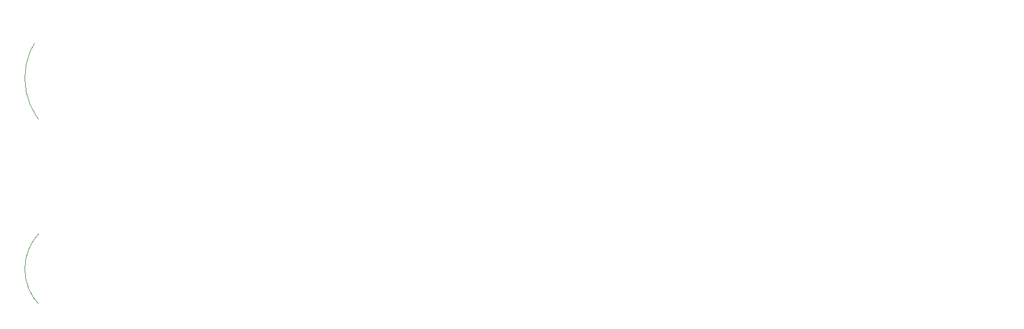
<source format=gbr>
%TF.GenerationSoftware,KiCad,Pcbnew,7.0.7*%
%TF.CreationDate,2024-03-09T11:29:05+01:00*%
%TF.ProjectId,button-board,62757474-6f6e-42d6-926f-6172642e6b69,rev?*%
%TF.SameCoordinates,Original*%
%TF.FileFunction,Legend,Top*%
%TF.FilePolarity,Positive*%
%FSLAX46Y46*%
G04 Gerber Fmt 4.6, Leading zero omitted, Abs format (unit mm)*
G04 Created by KiCad (PCBNEW 7.0.7) date 2024-03-09 11:29:05*
%MOMM*%
%LPD*%
G01*
G04 APERTURE LIST*
G04 Aperture macros list*
%AMRoundRect*
0 Rectangle with rounded corners*
0 $1 Rounding radius*
0 $2 $3 $4 $5 $6 $7 $8 $9 X,Y pos of 4 corners*
0 Add a 4 corners polygon primitive as box body*
4,1,4,$2,$3,$4,$5,$6,$7,$8,$9,$2,$3,0*
0 Add four circle primitives for the rounded corners*
1,1,$1+$1,$2,$3*
1,1,$1+$1,$4,$5*
1,1,$1+$1,$6,$7*
1,1,$1+$1,$8,$9*
0 Add four rect primitives between the rounded corners*
20,1,$1+$1,$2,$3,$4,$5,0*
20,1,$1+$1,$4,$5,$6,$7,0*
20,1,$1+$1,$6,$7,$8,$9,0*
20,1,$1+$1,$8,$9,$2,$3,0*%
%AMFreePoly0*
4,1,119,0.491939,2.480672,0.980844,2.422806,1.463702,2.326759,1.937537,2.193124,2.399425,2.022725,2.846520,1.816611,3.276066,1.576054,3.685414,1.302537,4.072039,0.997745,4.433560,0.663560,4.767745,0.302039,5.072537,-0.084586,5.346054,-0.493934,5.586611,-0.923480,5.792725,-1.370575,5.963124,-1.832463,6.096759,-2.306298,6.192806,-2.789156,6.250672,-3.278061,6.270000,-3.770000,
6.250672,-4.261939,6.192806,-4.750844,6.096759,-5.233702,5.963124,-5.707537,5.792725,-6.169425,5.586611,-6.616520,5.346054,-7.046066,5.072537,-7.455414,4.767745,-7.842039,4.433560,-8.203560,4.072039,-8.537745,3.685414,-8.842537,3.276066,-9.116054,2.846520,-9.356611,2.399425,-9.562725,1.937537,-9.733124,1.463702,-9.866759,0.980844,-9.962806,0.491939,-10.020672,0.000000,-10.040000,
-0.491939,-10.020672,-0.980844,-9.962806,-1.463702,-9.866759,-1.937537,-9.733124,-2.399425,-9.562725,-2.846520,-9.356611,-3.276066,-9.116054,-3.685414,-8.842537,-4.072039,-8.537745,-4.433560,-8.203560,-4.767745,-7.842039,-5.072537,-7.455414,-5.346054,-7.046066,-5.586611,-6.616520,-5.792725,-6.169425,-5.963124,-5.707537,-6.096759,-5.233702,-6.192806,-4.750844,-6.250672,-4.261939,-6.270000,-3.770000,
-1.274851,-3.770000,-1.255483,-3.991376,-1.197968,-4.206025,-1.104053,-4.407426,-0.976593,-4.589458,-0.819458,-4.746593,-0.637426,-4.874053,-0.436025,-4.967968,-0.221376,-5.025483,0.000000,-5.044851,0.221376,-5.025483,0.436025,-4.967968,0.637426,-4.874053,0.819458,-4.746593,0.976593,-4.589458,1.104053,-4.407426,1.197968,-4.206025,1.255483,-3.991376,1.274851,-3.770000,1.255483,-3.548624,
1.197968,-3.333975,1.104053,-3.132575,0.976593,-2.950542,0.819458,-2.793407,0.637426,-2.665947,0.436025,-2.572032,0.221376,-2.514517,0.000000,-2.495149,-0.221376,-2.514517,-0.436025,-2.572032,-0.637425,-2.665947,-0.819458,-2.793407,-0.976593,-2.950542,-1.104053,-3.132575,-1.197968,-3.333975,-1.255483,-3.548624,-1.274851,-3.770000,-6.270000,-3.770000,-6.250672,-3.278061,-6.192806,-2.789156,
-6.096759,-2.306298,-5.963124,-1.832463,-5.792725,-1.370575,-5.586611,-0.923480,-5.346054,-0.493934,-5.072537,-0.084586,-4.767745,0.302039,-4.433560,0.663560,-4.072039,0.997745,-3.685414,1.302537,-3.276066,1.576054,-2.846520,1.816611,-2.399425,2.022725,-1.937537,2.193124,-1.463702,2.326759,-0.980844,2.422806,-0.491939,2.480672,0.000000,2.500000,0.491939,2.480672,0.491939,2.480672,
$1*%
%AMFreePoly1*
4,1,117,0.671166,1.398749,1.112605,1.318640,1.545085,1.199283,1.965125,1.041639,2.369343,0.846978,2.754485,0.616866,3.117449,0.353157,3.455313,0.057974,3.765357,-0.266306,4.045085,-0.617074,4.292244,-0.991504,4.504844,-1.386581,4.681174,-1.799126,4.819814,-2.225816,4.919648,-2.663216,4.979871,-3.107803,5.000000,-3.556000,4.979871,-4.004197,4.919648,-4.448784,4.819814,-4.886184,
4.681174,-5.312874,4.504844,-5.725419,4.292244,-6.120496,4.045085,-6.494926,3.765357,-6.845694,3.455313,-7.169974,3.117449,-7.465157,2.754485,-7.728866,2.369343,-7.958978,1.965125,-8.153639,1.545085,-8.311283,1.112605,-8.430640,0.671166,-8.510749,0.224324,-8.550965,-0.224324,-8.550965,-0.671166,-8.510749,-1.112605,-8.430640,-1.545085,-8.311283,-1.965125,-8.153639,-2.369343,-7.958978,
-2.754485,-7.728866,-3.117449,-7.465157,-3.455313,-7.169974,-3.765357,-6.845694,-4.045085,-6.494926,-4.292244,-6.120496,-4.504844,-5.725419,-4.681174,-5.312874,-4.819814,-4.886184,-4.919648,-4.448784,-4.979871,-4.004197,-5.000000,-3.556000,-2.005109,-3.556000,-1.984700,-3.841357,-1.923888,-4.120904,-1.823911,-4.388952,-1.686805,-4.640044,-1.515360,-4.869067,-1.313067,-5.071360,-1.084044,-5.242805,
-0.832952,-5.379911,-0.564904,-5.479888,-0.285357,-5.540700,0.000000,-5.561109,0.285357,-5.540700,0.564904,-5.479888,0.832952,-5.379911,1.084044,-5.242805,1.313067,-5.071360,1.515360,-4.869067,1.686805,-4.640044,1.823911,-4.388952,1.923888,-4.120904,1.984700,-3.841357,2.005109,-3.556000,1.984700,-3.270643,1.923888,-2.991096,1.823911,-2.723048,1.686805,-2.471956,1.515360,-2.242933,
1.313067,-2.040640,1.084044,-1.869195,0.832952,-1.732089,0.564904,-1.632112,0.285357,-1.571300,0.000000,-1.550891,-0.285357,-1.571300,-0.564904,-1.632112,-0.832952,-1.732089,-1.084044,-1.869195,-1.313067,-2.040640,-1.515360,-2.242933,-1.686805,-2.471956,-1.823911,-2.723048,-1.923888,-2.991096,-1.984700,-3.270643,-2.005109,-3.556000,-5.000000,-3.556000,-4.979871,-3.107803,-4.919648,-2.663216,
-4.819814,-2.225816,-4.681174,-1.799126,-4.504844,-1.386581,-4.292244,-0.991504,-4.045085,-0.617074,-3.765357,-0.266306,-3.455313,0.057974,-3.117449,0.353157,-2.754485,0.616866,-2.369343,0.846978,-1.965125,1.041639,-1.545085,1.199283,-1.112605,1.318640,-0.671166,1.398749,-0.224324,1.438965,0.224324,1.438965,0.671166,1.398749,0.671166,1.398749,$1*%
%AMFreePoly2*
4,1,149,0.820284,1.955007,1.362276,1.875243,1.897000,1.756128,2.421603,1.598298,2.933285,1.402596,3.429317,1.170066,3.907053,0.901948,4.363942,0.599673,4.797548,0.264854,5.205556,-0.100724,5.585791,-0.495109,5.936224,-0.916197,6.254984,-1.361742,6.540371,-1.829366,6.790862,-2.316575,7.005121,-2.820768,7.182004,-3.339257,7.320569,-3.869274,7.420075,-4.407991,7.479992,-4.952535,
7.500000,-5.500000,7.479992,-6.047465,7.420075,-6.592009,7.320569,-7.130726,7.182004,-7.660743,7.005121,-8.179232,6.790862,-8.683425,6.540371,-9.170634,6.254984,-9.638258,5.936224,-10.083803,5.585791,-10.504891,5.205556,-10.899276,4.797548,-11.264854,4.363942,-11.599673,3.907053,-11.901948,3.429317,-12.170066,2.933285,-12.402596,2.421603,-12.598298,1.897000,-12.756128,1.362276,-12.875243,
0.820284,-12.955007,0.273915,-12.994996,-0.273915,-12.994996,-0.820284,-12.955007,-1.362276,-12.875243,-1.897000,-12.756128,-2.421603,-12.598298,-2.933285,-12.402596,-3.429317,-12.170066,-3.907053,-11.901948,-4.363942,-11.599673,-4.797548,-11.264854,-5.205556,-10.899276,-5.585791,-10.504891,-5.936224,-10.083803,-6.254984,-9.638258,-6.540371,-9.170634,-6.790862,-8.683425,-7.005121,-8.179232,-7.182004,-7.660743,
-7.320569,-7.130726,-7.420075,-6.592009,-7.479992,-6.047465,-7.500000,-5.500000,-3.504803,-5.500000,-3.485603,-5.866352,-3.428215,-6.228690,-3.333266,-6.583044,-3.201797,-6.925532,-3.035248,-7.252402,-2.835445,-7.560072,-2.604576,-7.845171,-2.345171,-8.104576,-2.060072,-8.335445,-1.752402,-8.535248,-1.425532,-8.701797,-1.083044,-8.833266,-0.728690,-8.928215,-0.366352,-8.985603,0.000000,-9.004803,
0.366352,-8.985603,0.728690,-8.928215,1.083044,-8.833266,1.425532,-8.701797,1.752402,-8.535248,2.060072,-8.335445,2.345171,-8.104576,2.604576,-7.845171,2.835445,-7.560072,3.035248,-7.252402,3.201797,-6.925532,3.333266,-6.583044,3.428215,-6.228690,3.485603,-5.866352,3.504803,-5.500000,3.485603,-5.133648,3.428215,-4.771310,3.333266,-4.416956,3.201797,-4.074468,3.035248,-3.747599,
2.835445,-3.439928,2.604576,-3.154829,2.345171,-2.895424,2.060072,-2.664555,1.752402,-2.464752,1.425532,-2.298203,1.083044,-2.166734,0.728690,-2.071785,0.366352,-2.014397,0.000000,-1.995197,-0.366352,-2.014397,-0.728690,-2.071785,-1.083044,-2.166734,-1.425532,-2.298203,-1.752401,-2.464752,-2.060072,-2.664555,-2.345171,-2.895424,-2.604576,-3.154829,-2.835445,-3.439928,-3.035248,-3.747599,
-3.201797,-4.074468,-3.333266,-4.416956,-3.428215,-4.771310,-3.485603,-5.133648,-3.504803,-5.500000,-7.500000,-5.500000,-7.479992,-4.952535,-7.420075,-4.407991,-7.320569,-3.869274,-7.182004,-3.339257,-7.005121,-2.820768,-6.790862,-2.316575,-6.540371,-1.829366,-6.254984,-1.361742,-5.936224,-0.916197,-5.585791,-0.495109,-5.205556,-0.100724,-4.797548,0.264854,-4.363942,0.599673,-3.907053,0.901948,
-3.429317,1.170066,-2.933285,1.402596,-2.421603,1.598298,-1.897000,1.756128,-1.362276,1.875243,-0.820284,1.955007,-0.273915,1.994996,0.273915,1.994996,0.820284,1.955007,0.820284,1.955007,$1*%
%AMFreePoly3*
4,1,173,0.373905,2.106267,0.999332,2.047147,1.619813,1.948873,2.232899,1.811832,2.836170,1.636565,3.427246,1.423765,4.003793,1.174271,4.563537,0.889067,5.104268,0.569279,5.623853,0.216170,6.120240,-0.168868,6.591471,-0.584314,7.035686,-1.028529,7.451132,-1.499760,7.836170,-1.996147,8.189279,-2.515732,8.509067,-3.056463,8.794271,-3.616207,9.043765,-4.192754,9.256565,-4.783830,
9.431832,-5.387101,9.568873,-6.000187,9.667147,-6.620668,9.726267,-7.246095,9.746000,-7.874000,9.726267,-8.501905,9.667147,-9.127332,9.568873,-9.747813,9.431832,-10.360899,9.256565,-10.964170,9.043765,-11.555246,8.794271,-12.131793,8.509067,-12.691537,8.189279,-13.232268,7.836170,-13.751853,7.451132,-14.248240,7.035686,-14.719471,6.591471,-15.163686,6.120240,-15.579132,5.623853,-15.964170,
5.104268,-16.317279,4.563537,-16.637067,4.003793,-16.922271,3.427246,-17.171765,2.836170,-17.384565,2.232899,-17.559832,1.619813,-17.696873,0.999332,-17.795147,0.373905,-17.854267,-0.254000,-17.874000,-0.881905,-17.854267,-1.507332,-17.795147,-2.127813,-17.696873,-2.740899,-17.559832,-3.344170,-17.384565,-3.935246,-17.171765,-4.511793,-16.922271,-5.071537,-16.637067,-5.612268,-16.317279,-6.131853,-15.964170,
-6.628240,-15.579132,-7.099471,-15.163686,-7.543686,-14.719471,-7.959132,-14.248240,-8.344170,-13.751853,-8.697279,-13.232268,-9.017067,-12.691537,-9.302271,-12.131793,-9.551765,-11.555246,-9.764565,-10.964170,-9.939832,-10.360899,-10.076873,-9.747813,-10.175147,-9.127332,-10.234267,-8.501905,-10.254000,-7.874000,-5.259040,-7.874000,-5.238891,-8.322648,-5.178607,-8.767684,-5.078673,-9.205525,-4.939893,-9.632645,
-4.763385,-10.045605,-4.550571,-10.441081,-4.303162,-10.815889,-4.023153,-11.167010,-3.712796,-11.491617,-3.374591,-11.787098,-3.011261,-12.051073,-2.625732,-12.281416,-2.221106,-12.476273,-1.800642,-12.634076,-1.367726,-12.753553,-0.925843,-12.833743,-0.478550,-12.874000,-0.029450,-12.874000,0.417843,-12.833743,0.859726,-12.753553,1.292642,-12.634076,1.713106,-12.476273,2.117732,-12.281416,2.503261,-12.051073,
2.866591,-11.787098,3.204796,-11.491617,3.515153,-11.167010,3.795162,-10.815889,4.042571,-10.441081,4.255385,-10.045605,4.431893,-9.632645,4.570673,-9.205525,4.670607,-8.767684,4.730891,-8.322648,4.751040,-7.874000,4.730891,-7.425352,4.670607,-6.980316,4.570673,-6.542475,4.431893,-6.115355,4.255385,-5.702395,4.042571,-5.306919,3.795162,-4.932111,3.515153,-4.580990,3.204796,-4.256383,
2.866591,-3.960902,2.503261,-3.696927,2.117732,-3.466584,1.713106,-3.271727,1.292642,-3.113924,0.859726,-2.994447,0.417843,-2.914257,-0.029450,-2.874000,-0.478550,-2.874000,-0.925843,-2.914257,-1.367726,-2.994447,-1.800642,-3.113924,-2.221106,-3.271727,-2.625732,-3.466584,-3.011261,-3.696927,-3.374591,-3.960902,-3.712796,-4.256383,-4.023153,-4.580990,-4.303162,-4.932111,-4.550571,-5.306919,
-4.763385,-5.702395,-4.939893,-6.115355,-5.078673,-6.542475,-5.178607,-6.980316,-5.238891,-7.425352,-5.259040,-7.874000,-10.254000,-7.874000,-10.234267,-7.246095,-10.175147,-6.620668,-10.076873,-6.000187,-9.939832,-5.387101,-9.764565,-4.783830,-9.551765,-4.192754,-9.302271,-3.616207,-9.017067,-3.056463,-8.697279,-2.515732,-8.344170,-1.996147,-7.959132,-1.499760,-7.543686,-1.028529,-7.099471,-0.584314,
-6.628240,-0.168868,-6.131853,0.216170,-5.612268,0.569279,-5.071537,0.889067,-4.511793,1.174271,-3.935246,1.423765,-3.344170,1.636565,-2.740899,1.811832,-2.127813,1.948873,-1.507332,2.047147,-0.881905,2.106267,-0.254000,2.126000,0.373905,2.106267,0.373905,2.106267,$1*%
G04 Aperture macros list end*
%ADD10C,0.120000*%
%ADD11C,2.060000*%
%ADD12C,3.560000*%
%ADD13C,5.060000*%
%ADD14C,1.600000*%
%ADD15RoundRect,0.102000X1.200000X1.200000X-1.200000X1.200000X-1.200000X-1.200000X1.200000X-1.200000X0*%
%ADD16C,2.004000*%
%ADD17C,2.604000*%
%ADD18C,2.540000*%
%ADD19FreePoly0,0.000000*%
%ADD20FreePoly1,90.000000*%
%ADD21FreePoly2,90.000000*%
%ADD22FreePoly3,90.000000*%
%ADD23C,0.700000*%
%ADD24C,3.200000*%
%ADD25O,1.700000X1.700000*%
%ADD26R,1.700000X1.700000*%
%ADD27R,1.000000X1.000000*%
%ADD28O,1.000000X1.000000*%
G04 APERTURE END LIST*
D10*
%TO.C,P24*%
X137546400Y108573123D02*
G75*
G03*
X137546400Y108573123I-3750000J0D01*
G01*
X141296400Y108573123D02*
G75*
G03*
X141296400Y108573123I-7500000J0D01*
G01*
%TO.C,P23*%
X112359478Y108522883D02*
G75*
G03*
X112359478Y108522883I-3750000J0D01*
G01*
X116109478Y108522883D02*
G75*
G03*
X116109478Y108522883I-7500000J0D01*
G01*
%TO.C,P22*%
X87172559Y108522883D02*
G75*
G03*
X87172559Y108522883I-3750000J0D01*
G01*
X90922559Y108522883D02*
G75*
G03*
X90922559Y108522883I-7500000J0D01*
G01*
%TO.C,P21*%
X61985640Y108522883D02*
G75*
G03*
X61985640Y108522883I-3750000J0D01*
G01*
X65735640Y108522883D02*
G75*
G03*
X65735640Y108522883I-7500000J0D01*
G01*
%TO.C,P20*%
X36798721Y108522883D02*
G75*
G03*
X36798721Y108522883I-3750000J0D01*
G01*
X40548721Y108522883D02*
G75*
G03*
X40548721Y108522883I-7500000J0D01*
G01*
%TO.C,P19*%
X11611802Y108288643D02*
G75*
G03*
X11611802Y108288643I-3750000J0D01*
G01*
X15361802Y108288643D02*
G75*
G03*
X15361802Y108288643I-7500000J0D01*
G01*
%TO.C,P29*%
X112309480Y136059442D02*
G75*
G03*
X112309480Y136059442I-5200000J0D01*
G01*
X117109480Y136059442D02*
G75*
G03*
X117109480Y136059442I-10000000J0D01*
G01*
%TO.C,P26*%
X39748720Y136059442D02*
G75*
G03*
X39748720Y136059442I-5200000J0D01*
G01*
X44548720Y136059442D02*
G75*
G03*
X44548720Y136059442I-10000000J0D01*
G01*
%TO.C,P27*%
X63935640Y136059442D02*
G75*
G03*
X63935640Y136059442I-5200000J0D01*
G01*
X68735640Y136059442D02*
G75*
G03*
X68735640Y136059442I-10000000J0D01*
G01*
%TO.C,P30*%
X136496402Y136084562D02*
G75*
G03*
X136496402Y136084562I-5200000J0D01*
G01*
X141296402Y136084562D02*
G75*
G03*
X141296402Y136084562I-10000000J0D01*
G01*
%TO.C,P28*%
X88122560Y136059442D02*
G75*
G03*
X88122560Y136059442I-5200000J0D01*
G01*
X92922560Y136059442D02*
G75*
G03*
X92922560Y136059442I-10000000J0D01*
G01*
%TO.C,P25*%
X15561800Y135942322D02*
G75*
G03*
X15561800Y135942322I-5200000J0D01*
G01*
X20361800Y135942322D02*
G75*
G03*
X20361800Y135942322I-10000000J0D01*
G01*
%TD*%
%LPC*%
%TO.C,P5*%
D11*
X111139478Y30913200D02*
G75*
G03*
X111139478Y30913200I-1030000J0D01*
G01*
%TO.C,P6*%
X137326400Y31038800D02*
G75*
G03*
X137326400Y31038800I-1030000J0D01*
G01*
%TO.C,P1*%
X6391802Y30327600D02*
G75*
G03*
X6391802Y30327600I-1030000J0D01*
G01*
%TO.C,P3*%
X58765640Y30913200D02*
G75*
G03*
X58765640Y30913200I-1030000J0D01*
G01*
%TO.C,P4*%
X84952559Y30913200D02*
G75*
G03*
X84952559Y30913200I-1030000J0D01*
G01*
%TO.C,P2*%
X32578721Y30913200D02*
G75*
G03*
X32578721Y30913200I-1030000J0D01*
G01*
%TO.C,P9*%
D12*
X60015640Y53449765D02*
G75*
G03*
X60015640Y53449765I-1780000J0D01*
G01*
%TO.C,P7*%
X9641802Y52981285D02*
G75*
G03*
X9641802Y52981285I-1780000J0D01*
G01*
%TO.C,P11*%
X110389478Y53449765D02*
G75*
G03*
X110389478Y53449765I-1780000J0D01*
G01*
%TO.C,P12*%
X135576400Y53550245D02*
G75*
G03*
X135576400Y53550245I-1780000J0D01*
G01*
%TO.C,P10*%
X85202559Y53449765D02*
G75*
G03*
X85202559Y53449765I-1780000J0D01*
G01*
%TO.C,P8*%
X34828721Y53449765D02*
G75*
G03*
X34828721Y53449765I-1780000J0D01*
G01*
%TO.C,P18*%
D13*
X133826402Y81061684D02*
G75*
G03*
X133826402Y81061684I-2530000J0D01*
G01*
%TO.C,P17*%
X109639480Y80986324D02*
G75*
G03*
X109639480Y80986324I-2530000J0D01*
G01*
%TO.C,P16*%
X85452560Y80986324D02*
G75*
G03*
X85452560Y80986324I-2530000J0D01*
G01*
%TO.C,P15*%
X61265640Y80986324D02*
G75*
G03*
X61265640Y80986324I-2530000J0D01*
G01*
%TO.C,P14*%
X37078720Y80986324D02*
G75*
G03*
X37078720Y80986324I-2530000J0D01*
G01*
%TO.C,P13*%
X12891800Y80634964D02*
G75*
G03*
X12891800Y80634964I-2530000J0D01*
G01*
%TO.C,P24*%
D12*
X135576400Y108573123D02*
G75*
G03*
X135576400Y108573123I-1780000J0D01*
G01*
%TO.C,P23*%
X110389478Y108522883D02*
G75*
G03*
X110389478Y108522883I-1780000J0D01*
G01*
%TO.C,P22*%
X85202559Y108522883D02*
G75*
G03*
X85202559Y108522883I-1780000J0D01*
G01*
%TO.C,P21*%
X60015640Y108522883D02*
G75*
G03*
X60015640Y108522883I-1780000J0D01*
G01*
%TO.C,P20*%
X34828721Y108522883D02*
G75*
G03*
X34828721Y108522883I-1780000J0D01*
G01*
%TO.C,P19*%
X9641802Y108288643D02*
G75*
G03*
X9641802Y108288643I-1780000J0D01*
G01*
%TO.C,P29*%
D13*
X109639480Y136059442D02*
G75*
G03*
X109639480Y136059442I-2530000J0D01*
G01*
%TO.C,P26*%
X37078720Y136059442D02*
G75*
G03*
X37078720Y136059442I-2530000J0D01*
G01*
%TO.C,P27*%
X61265640Y136059442D02*
G75*
G03*
X61265640Y136059442I-2530000J0D01*
G01*
%TO.C,P30*%
X133826402Y136084562D02*
G75*
G03*
X133826402Y136084562I-2530000J0D01*
G01*
%TO.C,P28*%
X85452560Y136059442D02*
G75*
G03*
X85452560Y136059442I-2530000J0D01*
G01*
%TO.C,P25*%
X12891800Y135942322D02*
G75*
G03*
X12891800Y135942322I-2530000J0D01*
G01*
%TD*%
D14*
%TO.C,J5*%
X22606000Y9063500D03*
X14986000Y3983500D03*
D15*
X14986000Y17323500D03*
D16*
X18796000Y13513500D03*
X18796000Y17323500D03*
X25776000Y13513500D03*
D17*
X22606000Y17323500D03*
D16*
X10546000Y7153500D03*
%TD*%
D18*
%TO.C,P33*%
X57935640Y159766000D03*
D19*
X57935640Y163536000D03*
%TD*%
D18*
%TO.C,P31*%
X6361802Y159766000D03*
D19*
X6361802Y163536000D03*
%TD*%
D18*
%TO.C,P36*%
X135296400Y159766000D03*
D19*
X135296400Y163536000D03*
%TD*%
D18*
%TO.C,P32*%
X32148721Y159766000D03*
D19*
X32148721Y163536000D03*
%TD*%
D18*
%TO.C,P34*%
X83722559Y159766000D03*
D19*
X83722559Y163536000D03*
%TD*%
D18*
%TO.C,P35*%
X109509478Y159766000D03*
D19*
X109509478Y163536000D03*
%TD*%
D20*
%TO.C,P5*%
X106553478Y30913200D03*
%TD*%
%TO.C,P6*%
X132740400Y31038800D03*
%TD*%
%TO.C,P1*%
X1805802Y30327600D03*
%TD*%
%TO.C,P3*%
X54179640Y30913200D03*
%TD*%
%TO.C,P4*%
X80366559Y30913200D03*
%TD*%
%TO.C,P2*%
X27992721Y30913200D03*
%TD*%
D21*
%TO.C,P9*%
X52735640Y53449765D03*
%TD*%
%TO.C,P7*%
X2361802Y52981285D03*
%TD*%
%TO.C,P11*%
X103109478Y53449765D03*
%TD*%
%TO.C,P12*%
X128296400Y53550245D03*
%TD*%
%TO.C,P10*%
X77922559Y53449765D03*
%TD*%
%TO.C,P8*%
X27548721Y53449765D03*
%TD*%
D22*
%TO.C,P18*%
X123422402Y81315684D03*
%TD*%
%TO.C,P17*%
X99235480Y81240324D03*
%TD*%
%TO.C,P16*%
X75048560Y81240324D03*
%TD*%
%TO.C,P15*%
X50861640Y81240324D03*
%TD*%
%TO.C,P14*%
X26674720Y81240324D03*
%TD*%
%TO.C,P13*%
X2487800Y80888964D03*
%TD*%
D23*
%TO.C,J2*%
X139889000Y16606000D03*
X139889000Y10826000D03*
%TD*%
D24*
%TO.C,H2*%
X141732000Y166370000D03*
%TD*%
%TO.C,H1*%
X0Y166370000D03*
%TD*%
%TO.C,H3*%
X0Y0D03*
%TD*%
%TO.C,H4*%
X141732000Y-254000D03*
%TD*%
D25*
%TO.C,J1*%
X127005000Y773000D03*
D26*
X129545000Y773000D03*
%TD*%
D27*
%TO.C,J4*%
X41788000Y-1524000D03*
D28*
X43058000Y-1524000D03*
X44328000Y-1524000D03*
X45598000Y-1524000D03*
%TD*%
%LPD*%
M02*

</source>
